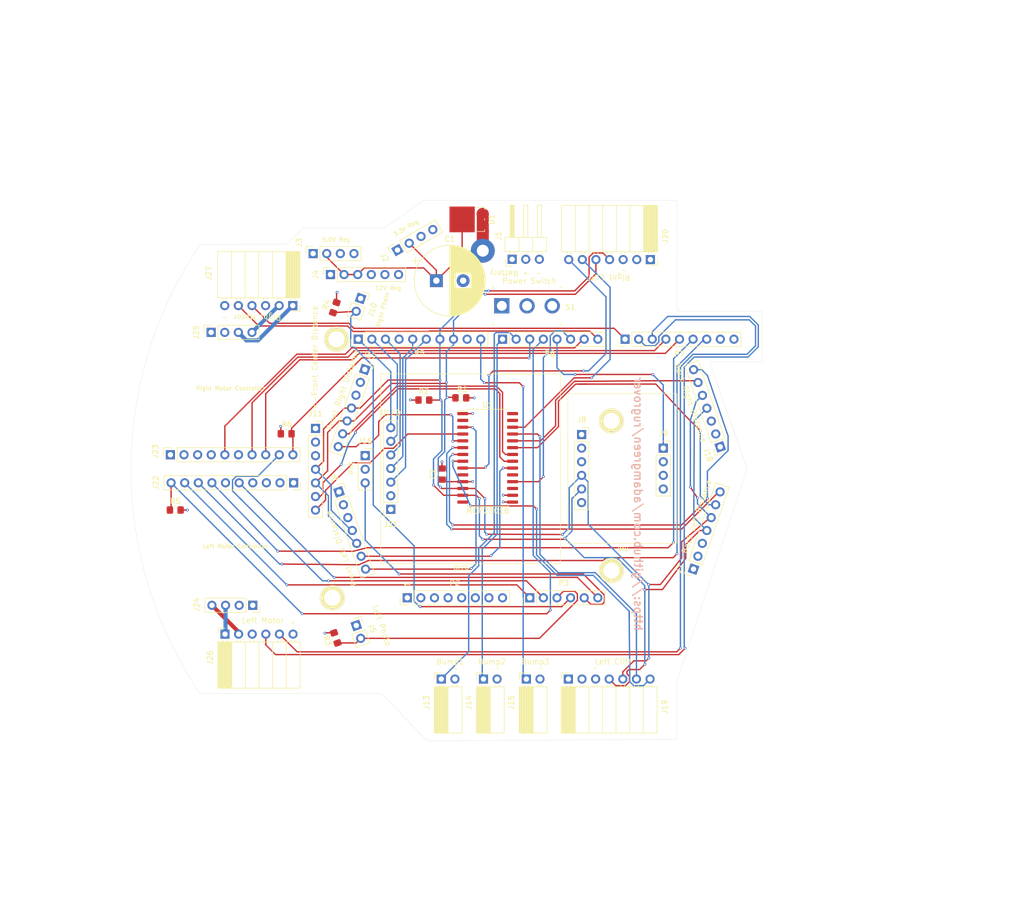
<source format=kicad_pcb>
(kicad_pcb (version 20211014) (generator pcbnew)
  (title_block (title "RugRover Shield") (date "2022-04-05") (rev "1.0") (comment 1 "CC BY-SA 4.0"))
  (layers (0 "F.Cu" signal "Front") (1 "In1.Cu" signal) (2 "In2.Cu" signal) (31 "B.Cu" signal "Back") (34 "B.Paste" user) (35 "F.Paste" user) (36 "B.SilkS" user "B.Silkscreen") (37 "F.SilkS" user "F.Silkscreen") (38 "B.Mask" user) (39 "F.Mask" user) (44 "Edge.Cuts" user))
  (net 0 "")
  (net 1 "GND")
  (net 6 "/RESET")
  (net 8 "+5V")
  (net 9 "+BATT")
  (net 12 "Net-(C1-Pad1)")
  (net 13 "+3V3")
  (net 17 "+12V")
  (net 18 "LPHOTO")
  (net 20 "I2C_SDA")
  (net 21 "I2C_SCL")
  (net 22 "/Sensors/FL_XSHUT")
  (net 23 "/Sensors/FL_GPIO1")
  (net 25 "/Sensors/BL_XSHUT")
  (net 26 "/Sensors/BL_GPIO1")
  (net 29 "IMU_INT")
  (net 33 "RPHOTO")
  (net 35 "/Sensors/FC_XSHUT")
  (net 36 "/Sensors/FC_GPIO1")
  (net 39 "VCC")
  (net 40 "BUMPERSW1")
  (net 41 "BUMPERSW2")
  (net 42 "BUMPERSW3")
  (net 43 "PIR_ALARM")
  (net 45 "/Sensors/FR_XSHUT")
  (net 46 "/Sensors/FR_GPIO1")
  (net 48 "/Sensors/BR_XSHUT")
  (net 49 "/Sensors/BR_GPIO1")
  (net 51 "/Sensors/LCLIFF_XSHUT")
  (net 52 "/Sensors/LCLIFF_GPIO1")
  (net 54 "/Sensors/RCLIFF_XSHUT")
  (net 55 "/Sensors/RCLIFF_GPIO1")
  (net 56 "OLED_CLK")
  (net 57 "OLED_MOSI")
  (net 58 "OLED_RESET")
  (net 59 "OLED_DC")
  (net 60 "OLED_CS")
  (net 62 "LMOTOR_OCC")
  (net 63 "LMOTOR_EN")
  (net 64 "LMOTOR_PWM2")
  (net 65 "LMOTOR_PWM1")
  (net 66 "LMOTOR_OCM")
  (net 67 "LMOTOR_DIAG")
  (net 69 "RMOTOR_OCC")
  (net 70 "RMOTOR_EN")
  (net 71 "RMOTOR_PWM2")
  (net 72 "RMOTOR_PWM1")
  (net 73 "RMOTOR_OCM")
  (net 74 "RMOTOR_DIAG")
  (net 75 "Net-(J24-Pad3)")
  (net 76 "Net-(J24-Pad4)")
  (net 77 "Net-(J25-Pad3)")
  (net 78 "Net-(J25-Pad4)")
  (net 79 "LMOTOR_ENC_A")
  (net 80 "LMOTOR_ENC_B")
  (net 81 "RMOTOR_ENC_A")
  (net 82 "RMOTOR_ENC_B")
  (net 85 "SENSOR_INT")
  (footprint "Connector_PinHeader_2.54mm:PinHeader_1x08_P2.54mm_Vertical" (layer "F.Cu") (at 91.694 125.095 90)
    (fp_text reference "P2")
    (fp_text value "Power")
  )
  (footprint "Connector_PinHeader_2.54mm:PinHeader_1x06_P2.54mm_Vertical" (layer "F.Cu") (at 114.554 125.095 90)
    (fp_text reference "P3")
    (fp_text value "Analog")
  )
  (footprint "Connector_PinHeader_2.54mm:PinHeader_1x10_P2.54mm_Vertical" (layer "F.Cu") (at 82.55 76.835 90)
    (fp_text reference "P5")
    (fp_text value "GPIO")
  )
  (footprint "Connector_PinHeader_2.54mm:PinHeader_1x08_P2.54mm_Vertical" (layer "F.Cu") (at 109.474 76.835 90)
    (fp_text reference "P6")
    (fp_text value "GPIO")
  )
  (footprint "Connector_PinHeader_2.54mm:PinHeader_1x09_P2.54mm_Vertical" (layer "F.Cu") (at 132.334 76.835 90)
    (fp_text reference "P7")
    (fp_text value "GPIO")
  )
  (footprint "Socket_Arduino_Mega:Arduino_1pin" (layer "F.Cu") (at 77.724 125.095)
    (fp_text reference "P8" hide)
    (fp_text value "CONN_01X01" hide)
  )
  (footprint "Socket_Arduino_Mega:Arduino_1pin" (layer "F.Cu") (at 129.794 120.015)
    (fp_text reference "P9" hide)
    (fp_text value "CONN_01X01" hide)
  )
  (footprint "Socket_Arduino_Mega:Arduino_1pin" (layer "F.Cu") (at 78.486 76.835)
    (fp_text reference "P11" hide)
    (fp_text value "CONN_01X01" hide)
  )
  (footprint "Socket_Arduino_Mega:Arduino_1pin" (layer "F.Cu") (at 129.794 92.075)
    (fp_text reference "P12" hide)
    (fp_text value "CONN_01X01" hide)
  )
  (footprint "Connector_PinSocket_2.54mm:PinSocket_1x06_P2.54mm_Vertical" (layer "F.Cu") (at 77.367994 64.770406 90)
    (fp_text reference "J4")
    (fp_text value "12V Boost Regulator" hide)
  )
  (footprint "Connector_PinSocket_2.54mm:PinSocket_1x04_P2.54mm_Vertical" (layer "F.Cu") (at 62.865 126.492 -90)
    (fp_text reference "J24")
    (fp_text value "LMotor-2" hide)
  )
  (footprint "digikey-footprints:Toggle_Switch_100SP1T1B4M2QE" (layer "F.Cu") (at 109.347 70.612)
    (fp_text reference "S1")
    (fp_text value "Power Switch")
  )
  (footprint "Resistor_SMD:R_0805_2012Metric_Pad1.20x1.40mm_HandSolder" (layer "F.Cu") (at 69.104002 94.488 180)
    (fp_text reference "R6")
    (fp_text value "10k")
  )
  (footprint "Capacitor_THT:CP_Radial_D13.0mm_P5.00mm" (layer "F.Cu") (at 97.12579 65.913)
    (fp_text reference "C1")
    (fp_text value "2200uF 25V")
  )
  (footprint "Resistor_SMD:R_0805_2012Metric_Pad1.20x1.40mm_HandSolder" (layer "F.Cu") (at 101.692202 87.7824 180)
    (fp_text reference "R1")
    (fp_text value "1k")
  )
  (footprint "Connector_PinSocket_2.54mm:PinSocket_1x07_P2.54mm_Vertical" (layer "F.Cu") (at 150.0886 96.9264 -161)
    (fp_text reference "J18")
    (fp_text value "Back Right Distance")
  )
  (footprint "Resistor_SMD:R_0805_2012Metric_Pad1.20x1.40mm_HandSolder" (layer "F.Cu") (at 78.176577 70.936485 71)
    (fp_text reference "R4")
    (fp_text value "10k")
  )
  (footprint "Connector_PinSocket_2.54mm:PinSocket_1x10_P2.54mm_Vertical" (layer "F.Cu") (at 70.485 103.632 -90)
    (fp_text reference "J22")
    (fp_text value "LMotor-1" hide)
  )
  (footprint "Connector_PinSocket_2.54mm:PinSocket_1x04_P2.54mm_Vertical" (layer "F.Cu") (at 74.127208 60.858806 90)
    (fp_text reference "J3")
    (fp_text value "5.0V 500mA Regulator" hide)
  )
  (footprint "Connector_PinSocket_2.54mm:PinSocket_1x03_P2.54mm_Vertical" (layer "F.Cu") (at 83.844994 98.567011)
    (fp_text reference "J16")
    (fp_text value "PIR")
  )
  (footprint "Connector_PinSocket_2.54mm:PinSocket_1x07_P2.54mm_Vertical" (layer "F.Cu") (at 78.956332 105.327933 19)
    (fp_text reference "J6")
    (fp_text value "Front Left Distance")
  )
  (footprint "Connector_PinSocket_2.54mm:PinSocket_1x07_P2.54mm_Horizontal" (layer "F.Cu") (at 121.763003 140.253009 90)
    (fp_text reference "J19")
    (fp_text value "Left Cliff")
  )
  (footprint "Package_SO:SOIC-28W_7.5x17.9mm_P1.27mm" (layer "F.Cu") (at 106.701488 98.976002)
    (fp_text reference "U1")
    (fp_text value "MCP23018")
  )
  (footprint "Resistor_SMD:R_0805_2012Metric_Pad1.20x1.40mm_HandSolder" (layer "F.Cu") (at 78.359 132.571998 109)
    (fp_text reference "R3")
    (fp_text value "10k")
  )
  (footprint "Package_TO_SOT_SMD:TO-277A" (layer "F.Cu") (at 102.972997 54.483 -90)
    (fp_text reference "D1")
    (fp_text value "SS10P6-M3/86A" hide)
  )
  (footprint "Connector_PinSocket_2.54mm:PinSocket_1x07_P2.54mm_Vertical" (layer "F.Cu") (at 145.1102 119.7356 161)
    (fp_text reference "J7")
    (fp_text value "Back Left Distance")
  )
  (footprint "Connector_PinSocket_2.54mm:PinSocket_1x06_P2.54mm_Horizontal" (layer "F.Cu") (at 57.682994 131.871009 90)
    (fp_text reference "J26")
    (fp_text value "Left Motor")
  )
  (footprint "Connector_PinSocket_2.54mm:PinSocket_1x02_P2.54mm_Vertical" (layer "F.Cu") (at 82.995948 69.226379 -19)
    (fp_text reference "J10")
    (fp_text value "Right Photo Cell" hide)
  )
  (footprint "Connector_PinSocket_2.54mm:PinSocket_1x02_P2.54mm_Horizontal" (layer "F.Cu") (at 105.918 140.253009 90)
    (fp_text reference "J14")
    (fp_text value "Bump2")
  )
  (footprint "Resistor_SMD:R_0805_2012Metric_Pad1.20x1.40mm_HandSolder" (layer "F.Cu") (at 94.7928 88.1888)
    (fp_text reference "R2")
    (fp_text value "1k")
  )
  (footprint "Connector_PinSocket_2.54mm:PinSocket_1x07_P2.54mm_Vertical" (layer "F.Cu") (at 88.621006 108.585 180)
    (fp_text reference "J21")
    (fp_text value "OLED")
  )
  (footprint "Resistor_SMD:R_0805_2012Metric_Pad1.20x1.40mm_HandSolder" (layer "F.Cu") (at 48.403002 108.712)
    (fp_text reference "R5")
    (fp_text value "10k")
  )
  (footprint "Connector_PinSocket_2.54mm:PinSocket_1x10_P2.54mm_Vertical" (layer "F.Cu") (at 47.498 98.400006 90)
    (fp_text reference "J23")
    (fp_text value "RMotor-1" hide)
  )
  (footprint "Connector_PinSocket_2.54mm:PinSocket_1x06_P2.54mm_Horizontal" (layer "F.Cu") (at 70.333006 70.566991 -90)
    (fp_text reference "J27")
    (fp_text value "Right Motor")
  )
  (footprint "Connector_PinSocket_2.54mm:PinSocket_1x02_P2.54mm_Horizontal" (layer "F.Cu") (at 113.919 140.253009 90)
    (fp_text reference "J15")
    (fp_text value "Bump3")
  )
  (footprint "Connector_PinSocket_2.54mm:PinSocket_1x07_P2.54mm_Horizontal" (layer "F.Cu") (at 137.062997 61.976 -90)
    (fp_text reference "J20")
    (fp_text value "Right Cliff")
  )
  (footprint "Connector_PinHeader_2.54mm:PinHeader_1x03_P2.54mm_Horizontal" (layer "F.Cu") (at 111.267011 61.925987 90)
    (fp_text reference "J1")
    (fp_text value "Battery")
  )
  (footprint "Connector_PinSocket_2.54mm:PinSocket_1x04_P2.54mm_Vertical" (layer "F.Cu") (at 89.863803 60.196755 120)
    (fp_text reference "J2")
    (fp_text value "3.3V 500mA Regulator" hide)
  )
  (footprint "Capacitor_SMD:C_0805_2012Metric_Pad1.18x1.45mm_HandSolder" (layer "F.Cu") (at 98.171 102.002488 90)
    (fp_text reference "C2")
    (fp_text value "0.1uF")
  )
  (footprint "Connector_PinSocket_2.54mm:PinSocket_1x04_P2.54mm_Vertical" (layer "F.Cu") (at 55.09801 75.565 90)
    (fp_text reference "J25")
    (fp_text value "RMotor-2" hide)
  )
  (footprint "Connector_PinSocket_2.54mm:PinSocket_1x02_P2.54mm_Horizontal" (layer "F.Cu") (at 98.044 140.253009 90)
    (fp_text reference "J13")
    (fp_text value "Bump1")
  )
  (footprint "Connector_PinSocket_2.54mm:PinSocket_1x06_P2.54mm_Vertical" (layer "F.Cu") (at 124.230994 94.625008)
    (fp_text reference "J8")
    (fp_text value "IMU-1")
  )
  (footprint "Connector_PinSocket_2.54mm:PinSocket_1x02_P2.54mm_Vertical" (layer "F.Cu") (at 82.18203 130.254959 19)
    (fp_text reference "J5")
    (fp_text value "Left Photo")
  )
  (footprint "Connector_PinSocket_2.54mm:PinSocket_1x04_P2.54mm_Vertical" (layer "F.Cu") (at 139.470994 97.165008)
    (fp_text reference "J9")
    (fp_text value "IMU-2")
  )
  (footprint "Connector_PinSocket_2.54mm:PinSocket_1x07_P2.54mm_Vertical" (layer "F.Cu") (at 74.573994 93.49199)
    (fp_text reference "J11")
    (fp_text value "Front Center Distance" hide)
  )
  (footprint "Connector_PinSocket_2.54mm:PinSocket_1x07_P2.54mm_Vertical" (layer "F.Cu") (at 83.777963 82.484189 -19)
    (fp_text reference "J17")
    (fp_text value "Front Right Distance")
  )
  (gr_rect (start 86.741 83.312) (end 120.269 118.745) (layer "F.SilkS") (width 0.1) (fill none))
  (gr_rect locked (start 121.666 114.935) (end 141.986 86.995) (layer "F.SilkS") (width 0.1) (fill none))
  (gr_line (start 157.882972 71.8319) (end 157.886399 80.8482) (layer "Edge.Cuts") (width 0.0381))
  (gr_line (start 142.0114 140.5128) (end 142.036799 151.3332) (layer "Edge.Cuts") (width 0.0381))
  (gr_line (start 53.082457 59.163433) (end 69.1896 59.1312) (layer "Edge.Cuts") (width 0.0381))
  (gr_line (start 142.2654 71.628) (end 157.6324 71.628) (layer "Edge.Cuts") (width 0.0381))
  (gr_arc (start 142.2654 71.628) (mid 142.124974 71.573775) (end 142.040725 71.449029) (layer "Edge.Cuts") (width 0.0381))
  (gr_line (start 95.4024 151.7904) (end 86.868 142.9512) (layer "Edge.Cuts") (width 0.0381))
  (gr_arc (start 157.886399 80.8482) (mid 157.832465 80.989058) (end 157.707701 81.073816) (layer "Edge.Cuts") (width 0.0381))
  (gr_line (start 86.868 142.9512) (end 53.035201 142.951199) (layer "Edge.Cuts") (width 0.0381))
  (gr_arc (start 157.6324 71.628) (mid 157.794115 71.685183) (end 157.882972 71.8319) (layer "Edge.Cuts") (width 0.0381))
  (gr_arc (start 155.0924 100.965) (mid 155.098235 101.013398) (end 155.093945 101.061958) (layer "Edge.Cuts") (width 0.0381))
  (gr_arc (start 53.035201 142.951199) (mid 40.144636 101.050032) (end 53.082457 59.163433) (layer "Edge.Cuts") (width 0.0381))
  (gr_line (start 157.707701 81.073816) (end 148.082 81.0768) (layer "Edge.Cuts") (width 0.0381))
  (gr_line (start 69.1896 59.1312) (end 72.2376 56.0832) (layer "Edge.Cuts") (width 0.0381))
  (gr_arc (start 141.8336 50.927001) (mid 141.97365 51.005859) (end 142.036914 51.15361) (layer "Edge.Cuts") (width 0.0381))
  (gr_line (start 94.7928 50.9016) (end 141.8336 50.927001) (layer "Edge.Cuts") (width 0.0381))
  (gr_arc (start 142.036799 151.3332) (mid 141.977233 151.426013) (end 141.884355 151.485478) (layer "Edge.Cuts") (width 0.0381))
  (gr_line (start 142.036914 51.15361) (end 142.040725 71.449029) (layer "Edge.Cuts") (width 0.0381))
  (gr_line (start 72.2376 56.0832) (end 87.4776 56.0832) (layer "Edge.Cuts") (width 0.0381))
  (gr_line (start 148.082 81.0768) (end 155.0924 100.965) (layer "Edge.Cuts") (width 0.0381))
  (gr_line (start 141.884355 151.485478) (end 95.4024 151.7904) (layer "Edge.Cuts") (width 0.0381))
  (gr_line (start 155.093945 101.061958) (end 142.0114 140.5128) (layer "Edge.Cuts") (width 0.0381))
  (gr_line (start 87.4776 56.0832) (end 94.7928 50.9016) (layer "Edge.Cuts") (width 0.0381))
  (gr_text "https://github.com/adamgreen/rugrover" (at 134.7978 107.5944 270) (layer "B.SilkS") (effects (font (size 1.524 1.524) (thickness 0.254)) (justify mirror)))
  (gr_text "5.0V Reg" (at 78.4606 58.2422) (layer "F.SilkS") (effects (font (size 0.762 0.762) (thickness 0.127))))
  (gr_text "3.3V Reg" (at 91.4654 56.0578 30) (layer "F.SilkS") (effects (font (size 0.762 0.762) (thickness 0.127))))
  (gr_text "+" (at 113.7412 64.516) (layer "F.SilkS") (effects (font (size 0.762 0.762) (thickness 0.127))))
  (gr_text "OLED" (at 101.7524 119.5578) (layer "F.SilkS") (effects (font (size 0.762 0.762) (thickness 0.127))))
  (gr_text "-" (at 132.1054 63.9572) (layer "F.SilkS") (effects (font (size 0.762 0.762) (thickness 0.127))))
  (gr_text "Right Motor Controller" (at 58.7248 85.979) (layer "F.SilkS") (effects (font (size 0.762 0.762) (thickness 0.127))))
  (gr_text "12V Reg" (at 88.138 67.2846) (layer "F.SilkS") (effects (font (size 0.762 0.762) (thickness 0.127))))
  (gr_text "-" (at 57.5818 72.7456) (layer "F.SilkS") (effects (font (size 0.762 0.762) (thickness 0.127))))
  (gr_text "-" (at 108.4834 138.2014) (layer "F.SilkS") (effects (font (size 0.762 0.762) (thickness 0.127))))
  (gr_text "-" (at 126.8476 138.2014) (layer "F.SilkS") (effects (font (size 0.762 0.762) (thickness 0.127))))
  (gr_text "-" (at 116.2812 64.516) (layer "F.SilkS") (effects (font (size 0.762 0.762) (thickness 0.127))))
  (gr_text "-" (at 100.6094 138.2268) (layer "F.SilkS") (effects (font (size 0.762 0.762) (thickness 0.127))))
  (gr_text "IMU" (at 131.953 116.0018) (layer "F.SilkS") (effects (font (size 0.762 0.762) (thickness 0.127))))
  (gr_text "Right Photo" (at 87.0966 71.3486 75) (layer "F.SilkS") (effects (font (size 0.762 0.762) (thickness 0.127))))
  (gr_text "Left Motor Controller" (at 59.5884 115.4684) (layer "F.SilkS") (effects (font (size 0.762 0.762) (thickness 0.127))))
  (gr_text "1" (at 91.694 122.555 90) (layer "F.SilkS") (effects (font (size 1 1))))
  (gr_text "-" (at 116.586 138.2014) (layer "F.SilkS") (effects (font (size 0.762 0.762) (thickness 0.127))))
  (gr_text "<-Front Center Distance" (at 74.4474 80.2386 90) (layer "F.SilkS") (effects (font (size 1.016 1.016) (thickness 0.127))))
  (gr_text "-" (at 70.3326 129.7178) (layer "F.SilkS") (effects (font (size 0.762 0.762) (thickness 0.127))))
  (segment (start 98.171 100.965) (end 98.171 99.695) (width 0.254) (layer "F.Cu") (net 1))
  (segment (start 103.843 90.721) (end 103.886 90.678) (width 0.254) (layer "F.Cu") (net 1))
  (segment (start 111.3515 107.231) (end 109.644 107.231) (width 0.254) (layer "F.Cu") (net 1))
  (segment (start 109.644 107.231) (end 109.601 107.188) (width 0.254) (layer "F.Cu") (net 1))
  (segment (start 78.033432 131.626479) (end 76.399521 131.626479) (width 0.254) (layer "F.Cu") (net 1))
  (segment (start 102.0515 90.721) (end 103.843 90.721) (width 0.254) (layer "F.Cu") (net 1))
  (segment (start 78.502136 69.990962) (end 78.502136 68.182864) (width 0.254) (layer "F.Cu") (net 1))
  (segment (start 78.502136 68.182864) (end 78.613 68.072) (width 0.254) (layer "F.Cu") (net 1))
  (segment (start 76.399521 131.626479) (end 76.327 131.699) (width 0.254) (layer "F.Cu") (net 1))
  (via (at 103.886 90.678) (size 0.508) (drill 0.254) (layers "F.Cu" "B.Cu") (net 1))
  (via (at 78.613 68.072) (size 0.508) (drill 0.254) (layers "F.Cu" "B.Cu") (net 1))
  (via (at 76.327 131.699) (size 0.508) (drill 0.254) (layers "F.Cu" "B.Cu") (net 1))
  (via (at 98.171 99.695) (size 0.508) (drill 0.254) (layers "F.Cu" "B.Cu") (net 1))
  (via (at 109.601 107.188) (size 0.508) (drill 0.254) (layers "F.Cu" "B.Cu") (net 1))
  (segment (start 105.791 60.325) (end 105.791 56.769) (width 2.2352) (layer "F.Cu") (net 9))
  (segment (start 105.791 53.496) (end 105.738 53.443) (width 2.2352) (layer "F.Cu") (net 9))
  (segment (start 105.791 56.769) (end 105.791 53.496) (width 2.2352) (layer "F.Cu") (net 9))
  (via (at 105.791 60.325) (size 4.4704) (drill 2.2352) (layers "F.Cu" "B.Cu") (net 9))
  (segment (start 97.125785 65.913) (end 97.125785 63.989026) (width 0.254) (layer "F.Cu") (net 12))
  (segment (start 83.678512 63.539889) (end 82.448001 64.7704) (width 0.254) (layer "F.Cu") (net 12))
  (segment (start 76.6672 61.529599) (end 76.6672 60.8588) (width 0.254) (layer "F.Cu") (net 12))
  (segment (start 94.752674 63.539889) (end 83.678512 63.539889) (width 0.254) (layer "F.Cu") (net 12))
  (segment (start 97.125785 65.913) (end 94.752674 63.539889) (width 0.254) (layer "F.Cu") (net 12))
  (segment (start 97.125785 63.989026) (end 92.063508 58.926749) (width 0.254) (layer "F.Cu") (net 12))
  (segment (start 101.933 61.105785) (end 97.125785 65.913) (width 0.254) (layer "F.Cu") (net 12))
  (segment (start 79.908001 64.7704) (end 76.6672 61.529599) (width 0.254) (layer "F.Cu") (net 12))
  (segment (start 82.448001 64.7704) (end 79.908001 64.7704) (width 0.254) (layer "F.Cu") (net 12))
  (segment (start 101.933 54.483) (end 101.933 61.105785) (width 0.254) (layer "F.Cu") (net 12))
  (segment (start 103.843 103.421) (end 103.886 103.378) (width 0.254) (layer "F.Cu") (net 13))
  (segment (start 98.552 103.421) (end 98.171 103.04) (width 0.254) (layer "F.Cu") (net 13))
  (segment (start 92.3036 88.1888) (end 92.2782 88.1634) (width 0.254) (layer "F.Cu") (net 13))
  (segment (start 68.104 94.488) (end 68.104 93.123) (width 0.254) (layer "F.Cu") (net 13))
  (segment (start 102.0515 103.421) (end 103.843 103.421) (width 0.254) (layer "F.Cu") (net 13))
  (segment (start 93.7928 88.1888) (end 92.3036 88.1888) (width 0.254) (layer "F.Cu") (net 13))
  (segment (start 102.0515 103.421) (end 98.552 103.421) (width 0.254) (layer "F.Cu") (net 13))
  (segment (start 49.403 108.712) (end 50.673 108.712) (width 0.254) (layer "F.Cu") (net 13))
  (segment (start 111.3515 105.961) (end 109.644 105.961) (width 0.254) (layer "F.Cu") (net 13))
  (segment (start 68.104 93.123) (end 68.072 93.091) (width 0.254) (layer "F.Cu") (net 13))
  (segment (start 102.6922 87.7824) (end 104.1908 87.7824) (width 0.254) (layer "F.Cu") (net 13))
  (segment (start 109.644 105.961) (end 109.601 105.918) (width 0.254) (layer "F.Cu") (net 13))
  (via (at 92.2782 88.1634) (size 0.508) (drill 0.254) (layers "F.Cu" "B.Cu") (net 13))
  (via (at 68.072 93.091) (size 0.508) (drill 0.254) (layers "F.Cu" "B.Cu") (net 13))
  (via (at 103.886 103.378) (size 0.508) (drill 0.254) (layers "F.Cu" "B.Cu") (net 13))
  (via (at 50.673 108.712) (size 0.508) (drill 0.254) (layers "F.Cu" "B.Cu") (net 13))
  (via (at 104.1908 87.7824) (size 0.508) (drill 0.254) (layers "F.Cu" "B.Cu") (net 13))
  (via (at 109.601 105.918) (size 0.508) (drill 0.254) (layers "F.Cu" "B.Cu") (net 13))
  (segment (start 116.352626 132.65658) (end 123.444 125.565206) (width 0.254) (layer "F.Cu") (net 18))
  (segment (start 82.148028 133.517517) (end 83.008965 132.65658) (width 0.254) (layer "F.Cu") (net 18))
  (segment (start 122.950089 123.864489) (end 120.864511 123.864489) (width 0.254) (layer "F.Cu") (net 18))
  (segment (start 78.684568 133.517517) (end 82.148028 133.517517) (width 0.254) (layer "F.Cu") (net 18))
  (segment (start 123.444 124.3584) (end 122.950089 123.864489) (width 0.254) (layer "F.Cu") (net 18))
  (segment (start 120.864511 123.864489) (end 119.634 125.095) (width 0.254) (layer "F.Cu") (net 18))
  (segment (start 83.008965 132.65658) (end 116.352626 132.65658) (width 0.254) (layer "F.Cu") (net 18))
  (segment (start 123.444 125.565206) (end 123.444 124.3584) (width 0.254) (layer "F.Cu") (net 18))
  (segment (start 135.0518 138.4808) (end 133.0706 138.4808) (width 0.254) (layer "F.Cu") (net 20))
  (segment (start 132.432695 141.48352) (end 133.153511 140.762704) (width 0.254) (layer "F.Cu") (net 20))
  (segment (start 87.63 84.963) (end 82.90395 89.68905) (width 0.254) (layer "F.Cu") (net 20))
  (segment (start 143.6624 117.729) (end 139.319 123.5456) (width 0.254) (layer "F.Cu") (net 20))
  (segment (start 139.319 123.5456) (end 136.10587 123.5456) (width 0.254) (layer "F.Cu") (net 20))
  (segment (start 97.79 84.4555) (end 88.1375 84.4555) (width 0.254) (layer "F.Cu") (net 20))
  (segment (start 120.904 114.173) (end 121.09866 113.97834) (width 0.254) (layer "F.Cu") (net 20))
  (segment (start 79.98295 89.68905) (end 81.297127 89.68905) (width 0.254) (layer "F.Cu") (net 20))
  (segment (start 133.153511 140.762704) (end 133.153511 139.743314) (width 0.254) (layer "F.Cu") (net 20))
  (segment (start 126.393305 60.745489) (end 125.625129 61.513665) (width 0.254) (layer "F.Cu") (net 20))
  (segment (start 136.0424 137.4902) (end 135.0518 138.4808) (width 0.254) (layer "F.Cu") (net 20))
  (segment (start 96.590122 104.058937) (end 98.492185 105.961) (width 0.254) (layer "F.Cu") (net 20))
  (segment (start 128.212489 60.745489) (end 126.393305 60.745489) (width 0.254) (layer "F.Cu") (net 20))
  (segment (start 129.443 61.976) (end 128.212489 60.745489) (width 0.254) (layer "F.Cu") (net 20))
  (segment (start 136.10587 123.5456) (end 136.023335 123.628135) (width 0.254) (layer "F.Cu") (net 20))
  (segment (start 146.269852 112.530748) (end 143.6624 115.1382) (width 0.254) (layer "F.Cu") (net 20))
  (segment (start 76.073 93.599) (end 79.98295 89.68905) (width 0.254) (layer "F.Cu") (net 20))
  (segment (start 133.153511 139.743314) (end 132.715 139.304803) (width 0.254) (layer "F.Cu") (net 20))
  (segment (start 95.7928 88.1888) (end 97.9678 88.1888) (width 0.254) (layer "F.Cu") (net 20))
  (segment (start 147.591029 112.530748) (end 146.269852 112.530748) (width 0.254) (layer "F.Cu") (net 20))
  (segment (start 74.574 101.112) (end 76.073 99.613) (width 0.254) (layer "F.Cu") (net 20))
  (segment (start 143.6624 115.1382) (end 143.6624 117.729) (width 0.254) (layer "F.Cu") (net 20))
  (segment (start 130.613511 141.48352) (end 132.432695 141.48352) (width 0.254) (layer "F.Cu") (net 20))
  (segment (start 125.625129 61.513665) (end 125.625129 65.128871) (width 0.254) (layer "F.Cu") (net 20))
  (segment (start 76.073 99.613) (end 76.073 93.599) (width 0.254) (layer "F.Cu") (net 20))
  (segment (start 132.715 139.304803) (end 132.6896 138.8618) (width 0.254) (layer "F.Cu") (net 20))
  (segment (start 132.6896 138.8618) (end 133.0706 138.4808) (width 0.254) (layer "F.Cu") (net 20))
  (segment (start 82.90395 89.68905) (end 81.297127 89.68905) (width 0.254) (layer "F.Cu") (net 20))
  (segment (start 105.791 114.173) (end 120.904 114.173) (width 0.254) (layer "F.Cu") (net 20))
  (segment (start 88.1375 84.4555) (end 87.63 84.963) (width 0.254) (layer "F.Cu") (net 20))
  (segment (start 98.492185 105.961) (end 102.0515 105.961) (width 0.254) (layer "F.Cu") (net 20))
  (segment (start 125.625129 65.128871) (end 122.936 67.818) (width 0.254) (layer "F.Cu") (net 20))
  (segment (start 129.383 140.253009) (end 130.613511 141.48352) (width 0.254) (layer "F.Cu") (net 20))
  (segment (start 122.936 67.818) (end 106.8578 67.818) (width 0.254) (layer "F.Cu") (net 20))
  (segment (start 104.564 105.961) (end 105.156 106.553) (width 0.254) (layer "F.Cu") (net 20))
  (segment (start 102.0515 105.961) (end 104.564 105.961) (width 0.254) (layer "F.Cu") (net 20))
  (via (at 96.590122 104.058937) (size 0.508) (drill 0.254) (layers "F.Cu" "B.Cu") (net 20))
  (via (at 136.023335 123.628135) (size 0.508) (drill 0.254) (layers "F.Cu" "B.Cu") (net 20))
  (via (at 106.8578 67.818) (size 0.508) (drill 0.254) (layers "F.Cu" "B.Cu") (net 20))
  (via (at 121.09866 113.97834) (size 0.508) (drill 0.254) (layers "F.Cu" "B.Cu") (net 20))
  (via (at 97.9678 88.1888) (size 0.508) (drill 0.254) (layers "F.Cu" "B.Cu") (net 20))
  (via (at 97.79 84.4555) (size 0.508) (drill 0.254) (layers "F.Cu" "B.Cu") (net 20))
  (via (at 105.791 114.173) (size 0.508) (drill 0.254) (layers "F.Cu" "B.Cu") (net 20))
  (via (at 105.156 106.553) (size 0.508) (drill 0.254) (layers "F.Cu" "B.Cu") (net 20))
  (via (at 136.0424 137.4902) (size 0.508) (drill 0.254) (layers "F.Cu" "B.Cu") (net 20))
  (segment (start 98.167729 97.608929) (end 98.167729 88.388729) (width 0.254) (layer "B.Cu") (net 20))
  (segment (start 97.9678 88.1888) (end 97.79 88.011) (width 0.254) (layer "B.Cu") (net 20))
  (segment (start 136.023335 137.369535) (end 136.023335 131.832335) (width 0.254) (layer "B.Cu") (net 20))
  (segment (start 121.09866 113.97834) (end 122.428 112.649) (width 0.254) (layer "B.Cu") (net 20))
  (segment (start 136.023335 131.832335) (end 136.023335 123.628135) (width 0.254) (layer "B.Cu") (net 20))
  (segment (start 136.023335 122.832528) (end 130.792807 117.602) (width 0.254) (layer "B.Cu") (net 20))
  (segment (start 122.463 106.553) (end 124.231 104.785) (width 0.254) (layer "B.Cu") (net 20))
  (segment (start 97.79 76.835) (end 97.79 75.1078) (width 0.254) (layer "B.Cu") (net 20))
  (segment (start 105.156 113.538) (end 105.791 114.173) (width 0.254) (layer "B.Cu") (net 20))
  (segment (start 97.79 84.5312) (end 97.79 76.835) (width 0.254) (layer "B.Cu") (net 20))
  (segment (start 74.574 101.112) (end 77.495376 104.033376) (width 0.254) (layer "B.Cu") (net 20))
  (segment (start 145.2372 92.092119) (end 147.607771 89.721548) (width 0.254) (layer "B.Cu") (net 20))
  (segment (start 105.156 106.553) (end 105.156 113.538) (width 0.254) (layer "B.Cu") (net 20))
  (segment (start 124.72232 117.602) (end 121.09866 113.97834) (width 0.254) (layer "B.Cu") (net 20))
  (segment (start 122.428 112.649) (end 122.428 106.553) (width 0.254) (layer "B.Cu") (net 20))
  (segment (start 105.0798 67.818) (end 106.8578 67.818) (width 0.254) (layer "B.Cu") (net 20))
  (segment (start 145.2372 96.012) (end 145.2372 92.092119) (width 0.254) (layer "B.Cu") (net 20))
  (segment (start 98.167729 88.388729) (end 97.9678 88.1888) (width 0.254) (layer "B.Cu") (net 20))
  (segment (start 97.79 88.011) (end 97.79 84.5312) (width 0.254) (layer "B.Cu") (net 20))
  (segment (start 136.0424 137.4902) (end 136.023335 137.369535) (width 0.254) (layer "B.Cu") (net 20))
  (segment (start 145.2372 96.012) (end 145.161 110.118923) (width 0.254) (layer "B.Cu") (net 20))
  (segment (start 81.271618 112.532772) (end 81.437149 112.532772) (width 0.254) (layer "B.Cu") (net 20))
  (segment (start 97.79 84.5312) (end 97.79 84.4555) (width 0.254) (layer "B.Cu") (net 20))
  (segment (start 96.590122 99.186536) (end 98.167729 97.608929) (width 0.254) (layer "B.Cu") (net 20))
  (segment (start 97.79 75.1078) (end 105.0798 67.818) (width 0.254) (layer "B.Cu") (net 20))
  (segment (start 122.428 106.553) (end 122.463 106.553) (width 0.254) (layer "B.Cu") (net 20))
  (segment (start 130.792807 117.602) (end 124.72232 117.602) (width 0.254) (layer "B.Cu") (net 20))
  (segment (start 145.161 110.118923) (end 145.179204 110.118923) (width 0.254) (layer "B.Cu") (net 20))
  (segment (start 77.495376 108.75653) (end 81.271618 112.532772) (width 0.254) (layer "B.Cu") (net 20))
  (segment (start 136.023335 123.628135) (end 136.023335 122.832528) (width 0.254) (layer "B.Cu") (net 20))
  (segment (start 145.179204 110.118923) (end 147.591029 112.530748) (width 0.254) (layer "B.Cu") (net 20))
  (segment (start 77.495376 104.033376) (end 77.495376 108.75653) (width 0.254) (layer "B.Cu") (net 20))
  (segment (start 96.590122 104.058937) (end 96.590122 99.186536) (width 0.254) (layer "B.Cu") (net 20))
  (segment (start 142.9004 114.6302) (end 142.9004 117.6528) (width 0.254) (layer "F.Cu") (net 21))
  (segment (start 98.119505 104.691) (end 97.869752 104.441247) (width 0.254) (layer "F.Cu") (net 21))
  (segment (start 76.835 94.234) (end 78.978333 92.090667) (width 0.254) (layer "F.Cu") (net 21))
  (segment (start 106.5276 113.2332) (end 120.65 113.284) (width 0.254) (layer "F.Cu") (net 21))
  (segment (start 81.772333 92.090667) (end 88.773 85.09) (width 0.254) (layer "F.Cu") (net 21))
  (segment (start 88.773 85.09) (end 98.806 85.09) (width 0.254) (layer "F.Cu") (net 21))
  (segment (start 100.5906 87.6808) (end 100.6922 87.7824) (width 0.254) (layer "F.Cu") (net 21))
  (segment (start 126.903 64.613) (end 126.903 61.976) (width 0.254) (layer "F.Cu") (net 21))
  (segment (start 80.470184 92.090667) (end 81.772333 92.090667) (width 0.254) (layer "F.Cu") (net 21))
  (segment (start 133.977969 136.855689) (end 136.270511 136.855689) (width 0.254) (layer "F.Cu") (net 21))
  (segment (start 76.835 101.391) (end 76.835 94.234) (width 0.254) (layer "F.Cu") (net 21))
  (segment (start 138.9253 122.6185) (end 136.7155 122.6185) (width 0.254) (layer "F.Cu") (net 21))
  (segment (start 102.0515 104.691) (end 104.31 104.691) (width 0.254) (layer "F.Cu") (net 21))
  (segment (start 148.417972 110.129131) (end 148.239669 110.129131) (width 0.254) (layer "F.Cu") (net 21))
  (segment (start 99.187 87.6808) (end 100.5906 87.6808) (width 0.254) (layer "F.Cu") (net 21))
  (segment (start 98.806 85.09) (end 98.9965 84.8995) (width 0.254) (layer "F.Cu") (net 21))
  (segment (start 148.239669 110.129131) (end 142.9004 114.6302) (width 0.254) (layer "F.Cu") (net 21))
  (segment (start 136.270511 136.855689) (end 136.779 136.3472) (width 0.254) (layer "F.Cu") (net 21))
  (segment (start 100.6922 87.7824) (end 100.68452 87.7824) (width 0.254) (layer "F.Cu") (net 21))
  (segment (start 106.243519 68.4525) (end 123.0635 68.4525) (width 0.254) (layer "F.Cu") (net 21))
  (segment (start 74.574 103.652) (end 76.835 101.391) (width 0.254) (layer "F.Cu") (net 21))
  (segment (start 144.526 104.4194) (end 145.851881 106.482359) (width 0.254) (layer "F.Cu") (net 21))
  (segment (start 131.923 138.910658) (end 133.977969 136.855689) (width 0.254) (layer "F.Cu") (net 21))
  (segment (start 78.978333 92.090667) (end 80.470184 92.090667) (width 0.254) (layer "F.Cu") (net 21))
  (segment (start 131.923 140.253009) (end 131.923 138.910658) (width 0.254) (layer "F.Cu") (net 21))
  (segment (start 142.9004 117.6528) (end 138.9253 122.6185) (width 0.254) (layer "F.Cu") (net 21))
  (segment (start 102.0515 104.691) (end 98.119505 104.691) (width 0.254) (layer "F.Cu") (net 21))
  (segment (start 104.31 104.691) (end 106.172 106.553) (width 0.254) (layer "F.Cu") (net 21))
  (segment (start 123.0635 68.4525) (end 126.903 64.613) (width 0.254) (layer "F.Cu") (net 21))
  (via (at 144.526 104.4194) (size 0.508) (drill 0.254) (layers "F.Cu" "B.Cu") (net 21))
  (via (at 120.65 113.284) (size 0.508) (drill 0.254) (layers "F.Cu" "B.Cu") (net 21))
  (via (at 136.779 136.3472) (size 0.508) (drill 0.254) (layers "F.Cu" "B.Cu") (net 21))
  (via (at 97.869752 104.441247) (size 0.508) (drill 0.254) (layers "F.Cu" "B.Cu") (net 21))
  (via (at 136.7155 122.6185) (size 0.508) (drill 0.254) (layers "F.Cu" "B.Cu") (net 21))
  (via (at 106.172 106.553) (size 0.508) (drill 0.254) (layers "F.Cu" "B.Cu") (net 21))
  (via (at 98.9965 84.8995) (size 0.508) (drill 0.254) (layers "F.Cu" "B.Cu") (net 21))
  (via (at 99.187 87.6808) (size 0.508) (drill 0.254) (layers "F.Cu" "B.Cu") (net 21))
  (via (at 106.5276 113.2332) (size 0.508) (drill 0.254) (layers "F.Cu" "B.Cu") (net 21))
  (via (at 106.243519 68.4525) (size 0.508) (drill 0.254) (layers "F.Cu" "B.Cu") (net 21))
  (via (at 145.851881 106.482359) (size 0.508) (drill 0.254) (layers "F.Cu" "B.Cu") (net 21))
  (segment (start 145.851881 107.56304) (end 145.851881 106.482359) (width 0.254) (layer "B.Cu") (net 21))
  (segment (start 76.987856 106.065856) (end 76.987856 109.823685) (width 0.254) (layer "B.Cu") (net 21))
  (segment (start 106.5276 113.2332) (end 106.172 112.8776) (width 0.254) (layer "B.Cu") (net 21))
  (segment (start 106.172 112.8776) (end 106.172 106.553) (width 0.254) (layer "B.Cu") (net 21))
  (segment (start 98.9965 87.4903) (end 99.187 87.6808) (width 0.254) (layer "B.Cu") (net 21))
  (segment (start 106.116539 68.32552) (end 106.243519 68.4525) (width 0.254) (layer "B.Cu") (net 21))
  (segment (start 100.33 76.835) (end 100.33 73.38012) (width 0.254) (layer "B.Cu") (net 21))
  (segment (start 148.417972 110.129131) (end 145.851881 107.56304) (width 0.254) (layer "B.Cu") (net 21))
  (segment (start 124.231 102.245) (end 125.461511 103.475511) (width 0.254) (layer "B.Cu") (net 21))
  (segment (start 105.3846 68.32552) (end 106.116539 68.32552) (width 0.254) (layer "B.Cu") (net 21))
  (segment (start 100.33 73.38012) (end 105.3846 68.32552) (width 0.254) (layer "B.Cu") (net 21))
  (segment (start 136.779 122.682) (end 136.7155 122.6185) (width 0.254) (layer "B.Cu") (net 21))
  (segment (start 144.526 91.948) (end 145.5928 88.519) (width 0.254) (layer "B.Cu") (net 21))
  (segment (start 74.574 103.652) (end 76.987856 106.065856) (width 0.254) (layer "B.Cu") (net 21))
  (segment (start 98.9965 84.8995) (end 98.9965 87.4903) (width 0.254) (layer "B.Cu") (net 21))
  (segment (start 97.47666 104.048155) (end 97.869752 104.441247) (width 0.254) (layer "B.Cu") (net 21))
  (segment (start 121.92 104.556) (end 124.231 102.245) (width 0.254) (layer "B.Cu") (net 21))
  (segment (start 144.526 104.4194) (end 144.526 91.948) (width 0.254) (layer "B.Cu") (net 21))
  (segment (start 99.187 87.6808) (end 98.679 88.1888) (width 0.254) (layer "B.Cu") (net 21))
  (segment (start 145.5674 88.533359) (end 146.780828 87.319931) (width 0.254) (layer "B.Cu") (net 21))
  (segment (start 100.33 77.8764) (end 98.9965 79.2099) (width 0.254) (layer "B.Cu") (net 21))
  (segment (start 98.679 97.8154) (end 97.47666 99.01774) (width 0.254) (layer "B.Cu") (net 21))
  (segment (start 121.92 112.014) (end 121.92 104.556) (width 0.254) (layer "B.Cu") (net 21))
  (segment (start 76.987856 109.823685) (end 82.09856 114.934389) (width 0.254) (layer "B.Cu") (net 21))
  (segment (start 125.461511 111.364511) (end 136.7155 122.6185) (width 0.254) (layer "B.Cu") (net 21))
  (segment (start 125.461511 103.475511) (end 125.461511 111.364511) (width 0.254) (layer "B.Cu") (net 21))
  (segment (start 136.779 136.3472) (end 136.779 122.682) (width 0.254) (layer "B.Cu") (net 21))
  (segment (start 120.65 113.284) (end 121.92 112.014) (width 0.254) (layer "B.Cu") (net 21))
  (segment (start 97.47666 99.01774) (end 97.47666 104.048155) (width 0.254) (layer "B.Cu") (net 21))
  (segment (start 100.33 76.835) (end 100.33 77.8764) (width 0.254) (layer "B.Cu") (net 21))
  (segment (start 98.9965 79.2099) (end 98.9965 84.8995) (width 0.254) (layer "B.Cu") (net 21))
  (segment (start 98.679 88.1888) (end 98.679 97.8154) (width 0.254) (layer "B.Cu") (net 21))
  (segment (start 82.09856 114.934389) (end 82.264092 114.934389) (width 0.254) (layer "B.Cu") (net 21))
  (segment (start 107.315 117.221) (end 107.199994 117.336006) (width 0.254) (layer "F.Cu") (net 22))
  (segment (start 107.199994 117.336006) (end 83.091036 117.336006) (width 0.254) (layer "F.Cu") (net 22))
  (segment (start 109.644 100.881) (end 109.601 100.838) (width 0.254) (layer "F.Cu") (net 22))
  (segment (start 111.3515 100.881) (end 109.644 100.881) (width 0.254) (layer "F.Cu") (net 22))
  (via (at 107.315 117.221) (size 0.508) (drill 0.254) (layers "F.Cu" "B.Cu") (net 22))
  (via (at 109.601 100.838) (size 0.508) (drill 0.254) (layers "F.Cu" "B.Cu") (net 22))
  (segment (start 108.966489 101.472511) (end 108.966489 115.569511) (width 0.254) (layer "B.Cu") (net 22))
  (segment (start 109.601 100.838) (end 108.966489 101.472511) (width 0.254) (layer "B.Cu") (net 22))
  (segment (start 108.966489 115.569511) (end 107.315 117.221) (width 0.254) (layer "B.Cu") (net 22))
  (segment (start 102.0515 93.261) (end 103.802 93.261) (width 0.254) (layer "F.Cu") (net 23))
  (segment (start 103.632 119.634) (end 103.528377 119.737623) (width 0.254) (layer "F.Cu") (net 23))
  (segment (start 103.802 93.261) (end 103.886 93.345) (width 0.254) (layer "F.Cu") (net 23))
  (segment (start 103.528377 119.737623) (end 83.917979 119.737623) (width 0.254) (layer "F.Cu") (net 23))
  (via (at 103.632 119.634) (size 0.508) (drill 0.254) (layers "F.Cu" "B.Cu") (net 23))
  (via (at 103.886 93.345) (size 0.508) (drill 0.254) (layers "F.Cu" "B.Cu") (net 23))
  (segment (start 103.886 93.345) (end 104.520511 93.979511) (width 0.254) (layer "B.Cu") (net 23))
  (segment (start 104.520511 118.745489) (end 103.632 119.634) (width 0.254) (layer "B.Cu") (net 23))
  (segment (start 104.520511 93.979511) (end 104.520511 118.745489) (width 0.254) (layer "B.Cu") (net 23))
  (segment (start 124.206953 85.206216) (end 125.224756 85.206216) (width 0.254) (layer "F.Cu") (net 25))
  (segment (start 125.22877 85.21023) (end 138.072437 85.21023) (width 0.254) (layer "F.Cu") (net 25))
  (segment (start 119.907242 88.411242) (end 123.103214 85.21527) (width 0.254) (layer "F.Cu") (net 25))
  (segment (start 123.717538 85.21023) (end 125.22877 85.21023) (width 0.254) (layer "F.Cu") (net 25))
  (segment (start 125.224756 85.206216) (end 125.22877 85.21023) (width 0.254) (layer "F.Cu") (net 25))
  (segment (start 111.3515 97.071) (end 115.999576 97.071) (width 0.254) (layer "F.Cu") (net 25))
  (segment (start 123.103214 85.21527) (end 124.206953 85.206216) (width 0.254) (layer "F.Cu") (net 25))
  (segment (start 138.072437 85.21023) (end 143.882969 91.422631) (width 0.254) (layer "F.Cu") (net 25))
  (segment (start 146.37726 93.916922) (end 143.882969 91.422631) (width 0.254) (layer "F.Cu") (net 25))
  (segment (start 115.999576 97.071) (end 119.907242 93.163334) (width 0.254) (layer "F.Cu") (net 25))
  (segment (start 119.907242 93.163334) (end 119.907242 88.411242) (width 0.254) (layer "F.Cu") (net 25))
  (via (at 146.37726 93.916922) (size 0.508) (drill 0.254) (layers "F.Cu" "B.Cu") (net 25))
  (segment (start 147.978179 107.727514) (end 146.37726 106.126595) (width 0.254) (layer "B.Cu") (net 25))
  (segment (start 149.244916 107.727514) (end 147.978179 107.727514) (width 0.254) (layer "B.Cu") (net 25))
  (segment (start 146.37726 106.126595) (end 146.37726 93.916922) (width 0.254) (layer "B.Cu") (net 25))
  (segment (start 99.949 112.268) (end 142.883335 112.268) (width 0.254) (layer "F.Cu") (net 26))
  (segment (start 100.246 97.071) (end 100.203 97.028) (width 0.254) (layer "F.Cu") (net 26))
  (segment (start 142.883335 112.268) (end 149.825438 105.325897) (width 0.254) (layer "F.Cu") (net 26))
  (segment (start 102.0515 97.071) (end 100.246 97.071) (width 0.254) (layer "F.Cu") (net 26))
  (segment (start 149.825438 105.325897) (end 150.071859 105.325897) (width 0.254) (layer "F.Cu") (net 26))
  (via (at 100.203 97.028) (size 0.508) (drill 0.254) (layers "F.Cu" "B.Cu") (net 26))
  (via (at 99.949 112.268) (size 0.508) (drill 0.254) (layers "F.Cu" "B.Cu") (net 26))
  (segment (start 99.060969 98.170031) (end 99.060969 108.721304) (width 0.254) (layer "B.Cu") (net 26))
  (segment (start 99.060969 111.379969) (end 99.949 112.268) (width 0.254) (layer "B.Cu") (net 26))
  (segment (start 100.203 97.028) (end 99.060969 98.170031) (width 0.254) (layer "B.Cu") (net 26))
  (segment (start 99.060969 108.721304) (end 99.060969 111.379969) (width 0.254) (layer "B.Cu") (net 26))
  (segment (start 123.008722 83.414055) (end 137.490655 83.414055) (width 0.254) (layer "F.Cu") (net 29))
  (segment (start 137.490655 83.414055) (end 137.5156 83.439) (width 0.254) (layer "F.Cu") (net 29))
  (via (at 137.5156 83.439) (size 0.508) (drill 0.254) (layers "F.Cu" "B.Cu") (net 29))
  (via (at 123.008722 83.414055) (size 0.508) (drill 0.254) (layers "F.Cu" "B.Cu") (net 29))
  (segment (start 119.634 82.169) (end 120.879055 83.414055) (width 0.254) (layer "B.Cu") (net 29))
  (segment (start 120.879055 83.414055) (end 123.008722 83.414055) (width 0.254) (layer "B.Cu") (net 29))
  (segment (start 139.471 97.165) (end 139.471 87.0462) (width 0.254) (layer "B.Cu") (net 29))
  (segment (start 139.471 85.3944) (end 139.471 87.0462) (width 0.254) (layer "B.Cu") (net 29))
  (segment (start 119.634 82.169) (end 119.634 76.835) (width 0.254) (layer "B.Cu") (net 29))
  (segment (start 137.5156 83.439) (end 139.471 85.3944) (width 0.254) (layer "B.Cu") (net 29))
  (segment (start 120.523 126.746) (end 94.107 126.746) (width 0.254) (layer "F.Cu") (net 33))
  (segment (start 77.851 71.882) (end 82.169 71.628) (width 0.254) (layer "F.Cu") (net 33))
  (segment (start 122.174 125.095) (end 120.523 126.746) (width 0.254) (layer "F.Cu") (net 33))
  (via (at 94.107 126.746) (size 0.508) (drill 0.254) (layers "F.Cu" "B.Cu") (net 33))
  (segment (start 93.973149 126.746) (end 92.964 125.736851) (width 0.254) (layer "B.Cu") (net 33))
  (segment (start 81.153 78.2066) (end 81.645876 78.2066) (width 0.254) (layer "B.Cu") (net 33))
  (segment (start 85.344 107.769022) (end 85.344 84.5566) (width 0.254) (layer "B.Cu") (net 33))
  (segment (start 92.964 115.389022) (end 85.344 107.769022) (width 0.254) (layer "B.Cu") (net 33))
  (segment (start 82.169 71.628) (end 81.153 72.644) (width 0.254) (layer "B.Cu") (net 33))
  (segment (start 94.107 126.746) (end 93.973149 126.746) (width 0.254) (layer "B.Cu") (net 33))
  (segment (start 85.344 81.904724) (end 85.344 84.5566) (width 0.254) (layer "B.Cu") (net 33))
  (segment (start 81.645876 78.2066) (end 85.344 81.904724) (width 0.254) (layer "B.Cu") (net 33))
  (segment (start 81.153 72.644) (end 81.153 78.2066) (width 0.254) (layer "B.Cu") (net 33))
  (segment (start 92.964 125.736851) (end 92.964 115.389022) (width 0.254) (layer "B.Cu") (net 33))
  (segment (start 82.042 94.234) (end 82.042 94.013347) (width 0.254) (layer "F.Cu") (net 35))
  (segment (start 75.418 106.192) (end 74.574 106.192) (width 0.254) (layer "F.Cu") (net 35))
  (segment (start 82.042 94.013347) (end 89.949827 86.10552) (width 0.254) (layer "F.Cu") (net 35))
  (segment (start 108.07652 86.10552) (end 108.96648 86.99548) (width 0.254) (layer "F.Cu") (net 35))
  (segment (start 75.946 105.664) (end 75.418 106.192) (width 0.254) (layer "F.Cu") (net 35))
  (segment (start 89.949827 86.10552) (end 108.07652 86.10552) (width 0.254) (layer "F.Cu") (net 35))
  (segment (start 79.375 100.203) (end 75.946 103.632) (width 0.254) (layer "F.Cu") (net 35))
  (segment (start 108.96648 86.99548) (end 108.96648 98.80648) (width 0.254) (layer "F.Cu") (net 35))
  (segment (start 108.96648 98.80648) (end 109.771 99.611) (width 0.254) (layer "F.Cu") (net 35))
  (segment (start 109.771 99.611) (end 111.3515 99.611) (width 0.254) (layer "F.Cu") (net 35))
  (segment (start 75.946 103.632) (end 75.946 105.664) (width 0.254) (layer "F.Cu") (net 35))
  (via (at 79.375 100.203) (size 0.508) (drill 0.254) (layers "F.Cu" "B.Cu") (net 35))
  (via (at 82.042 94.234) (size 0.508) (drill 0.254) (layers "F.Cu" "B.Cu") (net 35))
  (segment (start 82.042 94.234) (end 80.772 96.266) (width 0.254) (layer "B.Cu") (net 35))
  (segment (start 80.772 96.266) (end 79.375 100.203) (width 0.254) (layer "B.Cu") (net 35))
  (segment (start 76.454 105.029) (end 76.454 106.852) (width 0.254) (layer "F.Cu") (net 36))
  (segment (start 87.463511 97.194489) (end 84.781511 99.876489) (width 0.254) (layer "F.Cu") (net 36))
  (segment (start 89.114511 97.194489) (end 87.463511 97.194489) (width 0.254) (layer "F.Cu") (net 36))
  (segment (start 84.781511 99.876489) (end 81.606511 99.876489) (width 0.254) (layer "F.Cu") (net 36))
  (segment (start 91.778 94.531) (end 89.114511 97.194489) (width 0.254) (layer "F.Cu") (net 36))
  (segment (start 81.606511 99.876489) (end 76.454 105.029) (width 0.254) (layer "F.Cu") (net 36))
  (segment (start 102.0515 94.531) (end 91.778 94.531) (width 0.254) (layer "F.Cu") (net 36))
  (segment (start 76.454 106.852) (end 74.574 108.732) (width 0.254) (layer "F.Cu") (net 36))
  (segment (start 103.14988 121.013455) (end 105.028031 119.135304) (width 0.254) (layer "B.Cu") (net 40))
  (segment (start 107.9246 112.936735) (end 107.9246 75.923378) (width 0.254) (layer "B.Cu") (net 40))
  (segment (start 107.9246 75.923378) (end 108.243489 75.604489) (width 0.254) (layer "B.Cu") (net 40))
  (segment (start 105.028031 115.833304) (end 107.9246 112.936735) (width 0.254) (layer "B.Cu") (net 40))
  (segment (start 103.14988 135.147129) (end 103.14988 121.013455) (width 0.254) (layer "B.Cu") (net 40))
  (segment (start 98.044 140.253009) (end 103.14988 135.147129) (width 0.254) (layer "B.Cu") (net 40))
  (segment (start 108.243489 75.604489) (end 110.783489 75.604489) (width 0.254) (layer "B.Cu") (net 40))
  (segment (start 110.783489 75.604489) (end 112.014 76.835) (width 0.254) (layer "B.Cu") (net 40))
  (segment (start 105.028031 119.135304) (end 105.028031 115.833304) (width 0.254) (layer "B.Cu") (net 40))
  (segment (start 108.458 113.2332) (end 108.458 77.851) (width 0.254) (layer "B.Cu") (net 41))
  (segment (start 108.458 77.851) (end 109.474 76.835) (width 0.254) (layer "B.Cu") (net 41))
  (segment (start 105.68988 116.00132) (end 108.458 113.2332) (width 0.254) (layer "B.Cu") (net 41))
  (segment (start 105.68988 140.024889) (end 105.68988 116.00132) (width 0.254) (layer "B.Cu") (net 41))
  (segment (start 105.918 140.253009) (end 105.68988 140.024889) (width 0.254) (layer "B.Cu") (net 41))
  (segment (start 106.0704 84.9635) (end 112.601478 84.9635) (width 0.254) (layer "F.Cu") (net 42))
  (segment (start 112.601478 84.9635) (end 113.323489 85.685511) (width 0.254) (layer "F.Cu") (net 42))
  (via (at 113.323489 85.685511) (size 0.508) (drill 0.254) (layers "F.Cu" "B.Cu") (net 42))
  (via (at 106.0704 84.9635) (size 0.508) (drill 0.254) (layers "F.Cu" "B.Cu") (net 42))
  (segment (start 113.323489 139.657498) (end 113.919 140.253009) (width 0.254) (layer "B.Cu") (net 42))
  (segment (start 105.41 76.835) (end 105.41 84.3031) (width 0.254) (layer "B.Cu") (net 42))
  (segment (start 113.323489 85.685511) (end 113.323489 139.657498) (width 0.254) (layer "B.Cu") (net 42))
  (segment (start 105.41 84.3031) (end 106.0704 84.9635) (width 0.254) (layer "B.Cu") (net 42))
  (segment (start 128.484511 125.896489) (end 128.055489 126.325511) (width 0.254) (layer "F.Cu") (net 43))
  (segment (start 128.055489 126.325511) (end 125.944511 126.325511) (width 0.254) (layer "F.Cu") (net 43))
  (segment (start 90.17 120.65) (end 124.549206 120.65) (width 0.254) (layer "F.Cu") (net 43))
  (segment (start 125.944511 126.325511) (end 124.714 125.095) (width 0.254) (layer "F.Cu") (net 43))
  (segment (start 124.549206 120.65) (end 128.484511 124.585305) (width 0.254) (layer "F.Cu") (net 43))
  (segment (start 128.484511 124.585305) (end 128.484511 125.896489) (width 0.254) (layer "F.Cu") (net 43))
  (via (at 90.17 120.65) (size 0.508) (drill 0.254) (layers "F.Cu" "B.Cu") (net 43))
  (segment (start 83.845 114.325) (end 90.17 120.65) (width 0.254) (layer "B.Cu") (net 43))
  (segment (start 83.845 103.647) (end 83.845 114.325) (width 0.254) (layer "B.Cu") (net 43))
  (segment (start 80.845321 94.492284) (end 79.64324 94.492284) (width 0.254) (layer "F.Cu") (net 45))
  (segment (start 109.474 86.741) (end 108.331 85.598) (width 0.254) (layer "F.Cu") (net 45))
  (segment (start 110.025 98.341) (end 109.474 97.79) (width 0.254) (layer "F.Cu") (net 45))
  (segment (start 109.474 97.79) (end 109.474 86.741) (width 0.254) (layer "F.Cu") (net 45))
  (segment (start 108.331 85.598) (end 89.739605 85.598) (width 0.254) (layer "F.Cu") (net 45))
  (segment (start 111.3515 98.341) (end 110.025 98.341) (width 0.254) (layer "F.Cu") (net 45))
  (segment (start 89.739605 85.598) (end 80.845321 94.492284) (width 0.254) (layer "F.Cu") (net 45))
  (segment (start 100.287 95.801) (end 100.203 95.885) (width 0.254) (layer "F.Cu") (net 46))
  (segment (start 86.36 94.742) (end 84.836 96.266) (width 0.254) (layer "F.Cu") (net 46))
  (segment (start 87.63 90.932) (end 86.36 92.202) (width 0.254) (layer "F.Cu") (net 46))
  (segment (start 84.836 96.266) (end 82.804 96.266) (width 0.254) (layer "F.Cu") (net 46))
  (segment (start 99.822 90.932) (end 87.63 90.932) (width 0.254) (layer "F.Cu") (net 46))
  (segment (start 86.36 92.202) (end 86.36 94.742) (width 0.254) (layer "F.Cu") (net 46))
  (segment (start 82.176099 96.893901) (end 78.816297 96.893901) (width 0.254) (layer "F.Cu") (net 46))
  (segment (start 102.0515 95.801) (end 100.287 95.801) (width 0.254) (layer "F.Cu") (net 46))
  (segment (start 82.804 96.266) (end 82.176099 96.893901) (width 0.254) (layer "F.Cu") (net 46))
  (via (at 99.822 90.932) (size 0.508) (drill 0.254) (layers "F.Cu" "B.Cu") (net 46))
  (via (at 100.203 95.885) (size 0.508) (drill 0.254) (layers "F.Cu" "B.Cu") (net 46))
  (segment (start 100.203 91.313) (end 99.822 90.932) (width 0.254) (layer "B.Cu") (net 46))
  (segment (start 100.203 95.885) (end 100.203 91.313) (width 0.254) (layer "B.Cu") (net 46))
  (segment (start 122.895838 84.704904) (end 123.448096 84.704904) (width 0.254) (layer "F.Cu") (net 48))
  (segment (start 119.38 88.220742) (end 122.895838 84.704904) (width 0.254) (layer "F.Cu") (net 48))
  (segment (start 145.622737 84.587167) (end 145.953884 84.918314) (width 0.254) (layer "F.Cu") (net 48))
  (segment (start 119.38 92.972835) (end 119.38 88.220742) (width 0.254) (layer "F.Cu") (net 48))
  (segment (start 137.800167 84.587167) (end 145.622737 84.587167) (width 0.254) (layer "F.Cu") (net 48))
  (segment (start 111.3515 95.801) (end 116.551835 95.801) (width 0.254) (layer "F.Cu") (net 48))
  (segment (start 116.551835 95.801) (end 119.38 92.972835) (width 0.254) (layer "F.Cu") (net 48))
  (segment (start 123.448096 84.704904) (end 137.800167 84.587167) (width 0.254) (layer "F.Cu") (net 48))
  (segment (start 122.948768 84.709) (end 123.448096 84.704904) (width 0.254) (layer "F.Cu") (net 48))
  (segment (start 102.0515 98.341) (end 100.246 98.341) (width 0.254) (layer "F.Cu") (net 49))
  (segment (start 100.203 111.506) (end 142.875 111.506) (width 0.254) (layer "F.Cu") (net 49))
  (segment (start 142.875 111.506) (end 147.701 106.68) (width 0.254) (layer "F.Cu") (net 49))
  (segment (start 100.246 98.341) (end 100.203 98.298) (width 0.254) (layer "F.Cu") (net 49))
  (via (at 100.203 98.298) (size 0.508) (drill 0.254) (layers "F.Cu" "B.Cu") (net 49))
  (via (at 147.701 106.553) (size 0.508) (drill 0.254) (layers "F.Cu" "B.Cu") (net 49))
  (via (at 100.203 111.506) (size 0.508) (drill 0.254) (layers "F.Cu" "B.Cu") (net 49))
  (segment (start 100.203 98.298) (end 99.568489 98.932511) (width 0.254) (layer "B.Cu") (net 49))
  (segment (start 147.701 83.5914) (end 146.626297 82.516697) (width 0.254) (layer "B.Cu") (net 49))
  (segment (start 151.5618 94.8944) (end 147.701 83.5914) (width 0.254) (layer "B.Cu") (net 49))
  (segment (start 151.5618 97.598718) (end 151.5618 94.8944) (width 0.254) (layer "B.Cu") (net 49))
  (segment (start 146.626297 82.516697) (end 145.126941 82.516697) (width 0.254) (layer "B.Cu") (net 49))
  (segment (start 147.701 106.553) (end 147.701 101.459518) (width 0.254) (layer "B.Cu") (net 49))
  (segment (start 147.701 101.459518) (end 151.5618 97.598718) (width 0.254) (layer "B.Cu") (net 49))
  (segment (start 99.568489 98.932511) (end 99.568489 108.331489) (width 0.254) (layer "B.Cu") (net 49))
  (segment (start 99.568489 108.331489) (end 99.568489 110.871489) (width 0.254) (layer "B.Cu") (net 49))
  (segment (start 99.568489 110.871489) (end 100.203 111.506) (width 0.254) (layer "B.Cu") (net 49))
  (segment (start 115.9945 94.531) (end 116.4595 94.996) (width 0.254) (layer "F.Cu") (net 51))
  (segment (start 111.3515 94.531) (end 115.9945 94.531) (width 0.254) (layer "F.Cu") (net 51))
  (via (at 116.4595 94.996) (size 0.508) (drill 0.254) (layers "F.Cu" "B.Cu") (net 51))
  (segment (start 119.844222 120.39648) (end 126.763673 120.39648) (width 0.254) (layer "B.Cu") (net 51))
  (segment (start 116.4595 94.996) (end 116.4595 117.011758) (width 0.254) (layer "B.Cu") (net 51))
  (segment (start 116.4595 117.011758) (end 119.844222 120.39648) (width 0.254) (layer "B.Cu") (net 51))
  (segment (start 126.763673 120.39648) (end 134.463 128.095807) (width 0.254) (layer "B.Cu") (net 51))
  (segment (start 134.463 128.095807) (end 134.463 140.253009) (width 0.254) (layer "B.Cu") (net 51))
  (segment (start 115.2408 107.95) (end 115.825 108.5342) (width 0.254) (layer "F.Cu") (net 52))
  (segment (start 102.0515 99.611) (end 100.246 99.611) (width 0.254) (layer "F.Cu") (net 52))
  (segment (start 100.246 99.611) (end 100.203 99.568) (width 0.254) (layer "F.Cu") (net 52))
  (segment (start 103.505 107.95) (end 115.2408 107.95) (width 0.254) (layer "F.Cu") (net 52))
  (via (at 103.505 107.95) (size 0.508) (drill 0.254) (layers "F.Cu" "B.Cu") (net 52))
  (via (at 100.203 99.568) (size 0.508) (drill 0.254) (layers "F.Cu" "B.Cu") (net 52))
  (via (at 115.825 108.5342) (size 0.508) (drill 0.254) (layers "F.Cu" "B.Cu") (net 52))
  (segment (start 115.825 117.094999) (end 116.0018 117.2718) (width 0.254) (layer "B.Cu") (net 52))
  (segment (start 100.203 100.592335) (end 100.203 99.568) (width 0.254) (layer "B.Cu") (net 52))
  (segment (start 119.634 120.904) (end 126.409258 120.904) (width 0.254) (layer "B.Cu") (net 52))
  (segment (start 133.118129 129.168895) (end 133.112012 129.175012) (width 0.254) (layer "B.Cu") (net 52))
  (segment (start 126.409258 120.904) (end 133.118129 127.612871) (width 0.254) (layer "B.Cu") (net 52))
  (segment (start 133.112012 129.175012) (end 133.232489 140.762704) (width 0.254) (layer "B.Cu") (net 52))
  (segment (start 133.096 127.635) (end 133.112012 129.175012) (width 0.254) (layer "B.Cu") (net 52))
  (segment (start 103.505 107.95) (end 100.203 100.592335) (width 0.254) (layer "B.Cu") (net 52))
  (segment (start 133.118129 127.612871) (end 133.118129 129.168895) (width 0.254) (layer "B.Cu") (net 52))
  (segment (start 133.232489 140.762704) (end 133.953305 141.48352) (width 0.254) (layer "B.Cu") (net 52))
  (segment (start 115.825 108.5342) (end 115.825 117.094999) (width 0.254) (layer "B.Cu") (net 52))
  (segment (start 116.0018 117.2718) (end 119.634 120.904) (width 0.254) (layer "B.Cu") (net 52))
  (segment (start 135.772489 141.48352) (end 137.003 140.253009) (width 0.254) (layer "B.Cu") (net 52))
  (segment (start 133.953305 141.48352) (end 135.772489 141.48352) (width 0.254) (layer "B.Cu") (net 52))
  (segment (start 126.108707 84.048555) (end 122.834445 84.048555) (width 0.254) (layer "F.Cu") (net 54))
  (segment (start 122.834445 84.048555) (end 113.622 93.261) (width 0.254) (layer "F.Cu") (net 54))
  (segment (start 113.622 93.261) (end 111.3515 93.261) (width 0.254) (layer "F.Cu") (net 54))
  (via (at 126.108707 84.048555) (size 0.508) (drill 0.254) (layers "F.Cu" "B.Cu") (net 54))
  (segment (start 129.54 80.01) (end 129.54 80.617262) (width 0.254) (layer "B.Cu") (net 54))
  (segment (start 129.54 67.153) (end 129.54 80.01) (width 0.254) (layer "B.Cu") (net 54))
  (segment (start 124.363 61.976) (end 129.54 67.153) (width 0.254) (layer "B.Cu") (net 54))
  (segment (start 129.54 80.617262) (end 126.108707 84.048555) (width 0.254) (layer "B.Cu") (net 54))
  (segment (start 102.0515 100.881) (end 106.129 100.881) (width 0.254) (layer "F.Cu") (net 55))
  (segment (start 124.6124 82.7532) (end 107.7468 82.7532) (width 0.254) (layer "F.Cu") (net 55))
  (segment (start 107.7468 82.7532) (end 106.934 83.566) (width 0.254) (layer "F.Cu") (net 55))
  (segment (start 106.129 100.881) (end 106.299 100.711) (width 0.254) (layer "F.Cu") (net 55))
  (via (at 106.299 100.711) (size 0.508) (drill 0.254) (layers "F.Cu" "B.Cu") (net 55))
  (via (at 106.934 83.566) (size 0.508) (drill 0.254) (layers "F.Cu" "B.Cu") (net 55))
  (via (at 124.6124 82.7532) (size 0.508) (drill 0.254) (layers "F.Cu" "B.Cu") (net 55))
  (segment (start 121.823 61.976) (end 128.778 68.931) (width 0.254) (layer "B.Cu") (net 55))
  (segment (start 125.5268 82.7532) (end 124.6124 82.7532) (width 0.254) (layer "B.Cu") (net 55))
  (segment (start 128.778 79.502) (end 125.5268 82.7532) (width 0.254) (layer "B.Cu") (net 55))
  (segment (start 128.778 68.931) (end 128.778 79.502) (width 0.254) (layer "B.Cu") (net 55))
  (segment (start 106.934 83.566) (end 106.934 100.076) (width 0.254) (layer "B.Cu") (net 55))
  (segment (start 106.934 100.076) (end 106.299 100.711) (width 0.254) (layer "B.Cu") (net 55))
  (segment (start 95.25 76.835) (end 91.374082 80.710918) (width 0.254) (layer "B.Cu") (net 56))
  (segment (start 91.374082 100.751918) (end 88.621 103.505) (width 0.254) (layer "B.Cu") (net 56))
  (segment (start 91.374082 80.710918) (end 91.374082 100.751918) (width 0.254) (layer "B.Cu") (net 56))
  (segment (start 88.621 100.965) (end 90.866562 98.719438) (width 0.254) (layer "B.Cu") (net 57))
  (segment (start 92.71 78.522162) (end 92.71 76.835) (width 0.254) (layer "B.Cu") (net 57))
  (segment (start 90.866562 98.719438) (end 90.866562 80.3656) (width 0.254) (layer "B.Cu") (net 57))
  (segment (start 90.866562 80.3656) (end 92.71 78.522162) (width 0.254) (layer "B.Cu") (net 57))
  (segment (start 88.621 98.425) (end 90.359042 96.686958) (width 0.254) (layer "B.Cu") (net 58))
  (segment (start 90.359042 79.564042) (end 87.63 76.835) (width 0.254) (layer "B.Cu") (net 58))
  (segment (start 90.359042 96.686958) (end 90.359042 79.564042) (width 0.254) (layer "B.Cu") (net 58))
  (segment (start 88.621 95.885) (end 89.851511 94.654489) (width 0.254) (layer "B.Cu") (net 59))
  (segment (start 89.851511 94.654489) (end 89.851511 81.53398) (width 0.254) (layer "B.Cu") (net 59))
  (segment (start 85.152531 76.835) (end 85.09 76.835) (width 0.254) (layer "B.Cu") (net 59))
  (segment (start 89.851511 81.53398) (end 85.152531 76.835) (width 0.254) (layer "B.Cu") (net 59))
  (segment (start 88.621 93.345) (end 88.621 82.906) (width 0.254) (layer "B.Cu") (net 60))
  (segment (start 88.621 82.906) (end 82.55 76.835) (width 0.254) (layer "B.Cu") (net 60))
  (segment (start 78.080089 121.284511) (end 123.443511 121.284511) (width 0.254) (layer "F.Cu") (net 63))
  (segment (start 123.443511 121.284511) (end 127.254 125.095) (width 0.254) (layer "F.Cu") (net 63))
  (via (at 78.080089 121.284511) (size 0.508) (drill 0.254) (layers "F.Cu" "B.Cu") (net 63))
  (segment (start 60.325 103.632) (end 77.977511 121.284511) (width 0.254) (layer "B.Cu") (net 63))
  (segment (start 77.977511 121.284511) (end 78.080089 121.284511) (width 0.254) (layer "B.Cu") (net 63))
  (segment (start 81.6102 116.4082) (end 84.1756 115.7478) (width 0.254) (layer "F.Cu") (net 64))
  (segment (start 140.38264 115.7478) (end 141.39864 114.7318) (width 0.254) (layer "F.Cu") (net 64))
  (segment (start 67.5386 116.3828) (end 81.6102 116.4082) (width 0.254) (layer "F.Cu") (net 64))
  (segment (start 84.1756 115.7478) (end 140.38264 115.7478) (width 0.254) (layer "F.Cu") (net 64))
  (via (at 67.5386 116.3828) (size 0.508) (drill 0.254) (layers "F.Cu" "B.Cu") (net 64))
  (via (at 141.39864 114.7318) (size 0.508) (drill 0.254) (layers "F.Cu" "B.Cu") (net 64))
  (segment (start 141.39864 80.47036) (end 141.39864 114.7318) (width 0.254) (layer "B.Cu") (net 64))
  (segment (start 145.034 76.835) (end 141.39864 80.47036) (width 0.254) (layer "B.Cu") (net 64))
  (segment (start 55.245 103.632) (end 67.5386 116.3828) (width 0.254) (layer "B.Cu") (net 64))
  (segment (start 68.3006 118.7958) (end 82.5754 118.9228) (width 0.254) (layer "F.Cu") (net 65))
  (segment (start 82.5754 118.9228) (end 82.677 118.9228) (width 0.254) (layer "F.Cu") (net 65))
  (segment (start 128.794704 117.602489) (end 141.296051 117.602489) (width 0.254) (layer "F.Cu") (net 65))
  (segment (start 82.677 118.9228) (end 84.4296 118.1354) (width 0.254) (layer "F.Cu") (net 65))
  (segment (start 84.4296 118.1354) (end 128.261793 118.1354) (width 0.254) (layer "F.Cu") (net 65))
  (segment (start 128.261793 118.1354) (end 128.794704 117.602489) (width 0.254) (layer "F.Cu") (net 65))
  (segment (start 141.296051 117.602489) (end 142.03314 116.8654) (width 0.254) (layer "F.Cu") (net 65))
  (via (at 142.03314 116.8654) (size 0.508) (drill 0.254) (layers "F.Cu" "B.Cu") (net 65))
  (via (at 68.3006 118.7958) (size 0.508) (drill 0.254) (layers "F.Cu" "B.Cu") (net 65))
  (segment (start 142.03314 81.930978) (end 147.129118 76.835) (width 0.254) (layer "B.Cu") (net 65))
  (segment (start 147.129118 76.835) (end 147.574 76.835) (width 0.254) (layer "B.Cu") (net 65))
  (segment (start 67.8688 118.7958) (end 68.3006 118.7958) (width 0.254) (layer "B.Cu") (net 65))
  (segment (start 142.03314 116.8654) (end 142.03314 81.930978) (width 0.254) (layer "B.Cu") (net 65))
  (segment (start 52.705 103.632) (end 67.8688 118.7958) (width 0.254) (layer "B.Cu") (net 65))
  (segment (start 112.141489 122.682489) (end 69.215489 122.682489) (width 0.254) (layer "F.Cu") (net 66))
  (segment (start 114.554 125.095) (end 112.141489 122.682489) (width 0.254) (layer "F.Cu") (net 66))
  (via (at 69.215489 122.682489) (size 0.508) (drill 0.254) (layers "F.Cu" "B.Cu") (net 66))
  (segment (start 50.165 103.632) (end 69.215489 122.682489) (width 0.254) (layer "B.Cu") (net 66))
  (segment (start 47.625 108.49) (end 47.625 103.632) (width 0.254) (layer "F.Cu") (net 67))
  (segment (start 47.403 108.712) (end 47.625 108.49) (width 0.254) (layer "F.Cu") (net 67))
  (segment (start 117.7285 128.0668) (end 118.4148 127.3805) (width 0.254) (layer "F.Cu") (net 67))
  (segment (start 72.1106 128.0668) (end 117.7285 128.0668) (width 0.254) (layer "F.Cu") (net 67))
  (via (at 118.4148 127.3805) (size 0.508) (drill 0.254) (layers "F.Cu" "B.Cu") (net 67))
  (via (at 72.1106 128.0668) (size 0.508) (drill 0.254) (layers "F.Cu" "B.Cu") (net 67))
  (segment (start 47.625 103.632) (end 72.0598 128.0668) (width 0.254) (layer "B.Cu") (net 67))
  (segment (start 115.190489 78.738511) (end 117.094 76.835) (width 0.254) (layer "B.Cu") (net 67))
  (segment (start 118.403489 127.369189) (end 118.403489 120.391231) (width 0.254) (layer "B.Cu") (net 67))
  (segment (start 118.403489 120.391231) (end 115.190489 117.178231) (width 0.254) (layer "B.Cu") (net 67))
  (segment (start 115.190489 117.178231) (end 115.190489 78.738511) (width 0.254) (layer "B.Cu") (net 67))
  (segment (start 72.0598 128.0668) (end 72.1106 128.0668) (width 0.254) (layer "B.Cu") (net 67))
  (segment (start 118.4148 127.3805) (end 118.403489 127.369189) (width 0.254) (layer "B.Cu") (net 67))
  (segment (start 122.9106 78.4606) (end 124.5362 76.835) (width 0.254) (layer "F.Cu") (net 70))
  (segment (start 71.0946 79.629) (end 80.1624 79.629) (width 0.254) (layer "F.Cu") (net 70))
  (segment (start 124.5362 76.835) (end 124.714 76.835) (width 0.254) (layer "F.Cu") (net 70))
  (segment (start 80.1624 79.629) (end 81.3308 78.4606) (width 0.254) (layer "F.Cu") (net 70))
  (segment (start 81.3308 78.4606) (end 122.9106 78.4606) (width 0.254) (layer "F.Cu") (net 70))
  (segment (start 57.658 93.0656) (end 71.0946 79.629) (width 0.254) (layer "F.Cu") (net 70))
  (segment (start 57.658 98.4) (end 57.658 93.0656) (width 0.254) (layer "F.Cu") (net 70))
  (segment (start 137.82088 78.96812) (end 139.954 76.835) (width 0.254) (layer "F.Cu") (net 71))
  (segment (start 62.738 88.703342) (end 71.262971 80.178371) (width 0.254) (layer "F.Cu") (net 71))
  (segment (start 71.262971 80.178371) (end 80.628549 80.178371) (width 0.254) (layer "F.Cu") (net 71))
  (segment (start 81.8388 78.96812) (end 137.82088 78.96812) (width 0.254) (layer "F.Cu") (net 71))
  (segment (start 62.738 98.4) (end 62.738 88.703342) (width 0.254) (layer "F.Cu") (net 71))
  (segment (start 80.628549 80.178371) (end 81.8388 78.96812) (width 0.254) (layer "F.Cu") (net 71))
  (segment (start 65.278 87.035891) (end 71.628 80.685891) (width 0.254) (layer "F.Cu") (net 72))
  (segment (start 81.492149 80.685891) (end 82.7024 79.47564) (width 0.254) (layer "F.Cu") (net 72))
  (segment (start 71.628 80.685891) (end 81.492149 80.685891) (width 0.254) (layer "F.Cu") (net 72))
  (segment (start 82.7024 79.47564) (end 139.85336 79.47564) (width 0.254) (layer "F.Cu") (net 72))
  (segment (start 65.278 98.4) (end 65.278 87.035891) (width 0.254) (layer "F.Cu") (net 72))
  (segment (start 139.85336 79.47564) (end 142.494 76.835) (width 0.254) (layer "F.Cu") (net 72))
  (segment (start 113.919 121.92) (end 77.0128 121.92) (width 0.254) (layer "F.Cu") (net 73))
  (segment (start 117.094 125.095) (end 113.919 121.92) (width 0.254) (layer "F.Cu") (net 73))
  (via (at 77.0128 121.92) (size 0.508) (drill 0.254) (layers "F.Cu" "B.Cu") (net 73))
  (segment (start 59.094489 103.122305) (end 59.094489 105.144689) (width 0.254) (layer "B.Cu") (net 73))
  (segment (start 67.818 98.4) (end 63.816511 102.401489) (width 0.254) (layer "B.Cu") (net 73))
  (segment (start 75.8698 121.92) (end 77.0128 121.92) (width 0.254) (layer "B.Cu") (net 73))
  (segment (start 59.815305 102.401489) (end 59.094489 103.122305) (width 0.254) (layer "B.Cu") (net 73))
  (segment (start 60.3504 106.4006) (end 75.8698 121.92) (width 0.254) (layer "B.Cu") (net 73))
  (segment (start 59.094489 105.144689) (end 60.833 106.8832) (width 0.254) (layer "B.Cu") (net 73))
  (segment (start 63.816511 102.401489) (end 59.815305 102.401489) (width 0.254) (layer "B.Cu") (net 73))
  (segment (start 70.358 94.742) (end 70.358 98.4) (width 0.254) (layer "F.Cu") (net 74))
  (segment (start 114.4016 80.3402) (end 83.2104 80.3402) (width 0.254) (layer "F.Cu") (net 74))
  (segment (start 70.104 93.4466) (end 82.4992 81.0514) (width 0.254) (layer "F.Cu") (net 74))
  (segment (start 70.104 94.488) (end 70.104 93.4466) (width 0.254) (layer "F.Cu") (net 74))
  (segment (start 70.104 94.488) (end 70.358 94.742) (width 0.254) (layer "F.Cu") (net 74))
  (segment (start 83.2104 80.3402) (end 82.4992 81.0514) (width 0.254) (layer "F.Cu") (net 74))
  (via (at 114.4016 80.3402) (size 0.508) (drill 0.254) (layers "F.Cu" "B.Cu") (net 74))
  (segment (start 114.4016 80.3402) (end 114.554 80.1878) (width 0.254) (layer "B.Cu") (net 74))
  (segment (start 114.554 80.1878) (end 114.554 76.835) (width 0.254) (layer "B.Cu") (net 74))
  (segment (start 57.785 126.492) (end 57.785 131.769) (width 0.762) (layer "B.Cu") (net 75))
  (segment (start 57.785 131.769) (end 57.683 131.871) (width 0.762) (layer "B.Cu") (net 75))
  (segment (start 55.245 126.492) (end 60.223 131.47) (width 0.762) (layer "F.Cu") (net 76))
  (segment (start 60.223 131.47) (end 60.223 131.871) (width 0.762) (layer "F.Cu") (net 76))
  (segment (start 70.333 70.567) (end 63.850489 77.049511) (width 0.762) (layer "B.Cu") (net 77))
  (segment (start 63.850489 77.049511) (end 61.662511 77.049511) (width 0.762) (layer "B.Cu") (net 77))
  (segment (start 61.662511 77.049511) (end 60.178 75.565) (width 0.762) (layer "B.Cu") (net 77))
  (segment (start 67.793 70.567) (end 67.716 70.567) (width 0.762) (layer "B.Cu") (net 78))
  (segment (start 67.716 70.567) (end 62.718 75.565) (width 0.762) (layer "B.Cu") (net 78))
  (segment (start 65.303 131.871) (end 65.303 133.7314) (width 0.254) (layer "F.Cu") (net 79))
  (segment (start 65.2272 133.8072) (end 67.1068 135.6868) (width 0.254) (layer "F.Cu") (net 79))
  (segment (start 142.367 135.6868) (end 143.5608 134.493) (width 0.254) (layer "F.Cu") (net 79))
  (segment (start 67.5386 135.6868) (end 142.367 135.6868) (width 0.254) (layer "F.Cu") (net 79))
  (segment (start 67.1068 135.6868) (end 67.5386 135.6868) (width 0.254) (layer "F.Cu") (net 79))
  (segment (start 65.303 133.7314) (end 65.2272 133.8072) (width 0.254) (layer "F.Cu") (net 79))
  (via (at 143.5608 134.493) (size 0.508) (drill 0.254) (layers "F.Cu" "B.Cu") (net 79))
  (segment (start 155.2956 80.1624) (end 157.2006 78.2574) (width 0.254) (layer "B.Cu") (net 79))
  (segment (start 143.383489 82.016111) (end 145.2372 80.1624) (width 0.254) (layer "B.Cu") (net 79))
  (segment (start 140.2842 72.5932) (end 137.414 75.4634) (width 0.254) (layer "B.Cu") (net 79))
  (segment (start 155.6004 72.5932) (end 140.2842 72.5932) (width 0.254) (layer "B.Cu") (net 79))
  (segment (start 157.2006 74.1934) (end 155.6004 72.5932) (width 0.254) (layer "B.Cu") (net 79))
  (segment (start 143.383489 134.315689) (end 143.383489 82.016111) (width 0.254) (layer "B.Cu") (net 79))
  (segment (start 157.2006 78.2574) (end 157.2006 74.1934) (width 0.254) (layer "B.Cu") (net 79))
  (segment (start 137.414 75.4634) (end 137.414 76.835) (width 0.254) (layer "B.Cu") (net 79))
  (segment (start 143.5608 134.493) (end 143.383489 134.315689) (width 0.254) (layer "B.Cu") (net 79))
  (segment (start 145.2372 80.1624) (end 155.2956 80.1624) (width 0.254) (layer "B.Cu") (net 79))
  (segment (start 141.5796 135.17928) (end 141.9772 135.17928) (width 0.254) (layer "F.Cu") (net 80))
  (segment (start 67.843 131.871) (end 71.15128 135.17928) (width 0.254) (layer "F.Cu") (net 80))
  (segment (start 71.15128 135.17928) (end 141.5796 135.17928) (width 0.254) (layer "F.Cu") (net 80))
  (segment (start 141.9772 135.17928) (end 142.66764 134.48884) (width 0.254) (layer "F.Cu") (net 80))
  (via (at 142.66764 134.48884) (size 0.508) (drill 0.254) (layers "F.Cu" "B.Cu") (net 80))
  (segment (start 136.104511 78.065511) (end 134.874 76.835) (width 0.254) (layer "B.Cu") (net 80))
  (segment (start 138.644511 76.325305) (end 138.644511 77.344695) (width 0.254) (layer "B.Cu") (net 80))
  (segment (start 155.517658 73.2282) (end 141.741616 73.2282) (width 0.254) (layer "B.Cu") (net 80))
  (segment (start 141.741616 73.2282) (end 138.644511 76.325305) (width 0.254) (layer "B.Cu") (net 80))
  (segment (start 156.689329 74.399871) (end 155.517658 73.2282) (width 0.254) (layer "B.Cu") (net 80))
  (segment (start 137.923695 78.065511) (end 136.104511 78.065511) (width 0.254) (layer "B.Cu") (net 80))
  (segment (start 156.689329 78.050929) (end 156.689329 74.399871) (width 0.254) (layer "B.Cu") (net 80))
  (segment (start 145.026979 79.65488) (end 155.085378 79.65488) (width 0.254) (layer "B.Cu") (net 80))
  (segment (start 138.644511 77.344695) (end 137.923695 78.065511) (width 0.254) (layer "B.Cu") (net 80))
  (segment (start 155.085378 79.65488) (end 156.689329 78.050929) (width 0.254) (layer "B.Cu") (net 80))
  (segment (start 142.66764 82.014218) (end 145.026979 79.65488) (width 0.254) (layer "B.Cu") (net 80))
  (segment (start 142.66764 134.48884) (end 142.66764 82.014218) (width 0.254) (layer "B.Cu") (net 80))
  (segment (start 66.00968 73.86368) (end 80.779022 73.86368) (width 0.254) (layer "F.Cu") (net 81))
  (segment (start 81.76212 74.80348) (end 130.30248 74.80348) (width 0.254) (layer "F.Cu") (net 81))
  (segment (start 62.713 70.567) (end 66.00968 73.86368) (width 0.254) (layer "F.Cu") (net 81))
  (segment (start 80.779022 73.86368) (end 81.740471 74.825129) (width 0.254) (layer "F.Cu") (net 81))
  (segment (start 130.30248 74.80348) (end 132.334 76.835) (width 0.254) (layer "F.Cu") (net 81))
  (segment (start 81.740471 74.825129) (end 81.76212 74.80348) (width 0.254) (layer "F.Cu") (net 81))
  (segment (start 95.842011 75.311) (end 125.73 75.311) (width 0.254) (layer "F.Cu") (net 82))
  (segment (start 60.173 70.567) (end 63.9772 74.3712) (width 0.254) (layer "F.Cu") (net 82))
  (segment (start 81.5848 75.3872) (end 95.765811 75.3872) (width 0.254) (layer "F.Cu") (net 82))
  (segment (start 125.73 75.311) (end 127.254 76.835) (width 0.254) (layer "F.Cu") (net 82))
  (segment (start 80.5688 74.3712) (end 81.5848 75.3872) (width 0.254) (layer "F.Cu") (net 82))
  (segment (start 95.765811 75.3872) (end 95.842011 75.311) (width 0.254) (layer "F.Cu") (net 82))
  (segment (start 63.9772 74.3712) (end 80.5688 74.3712) (width 0.254) (layer "F.Cu") (net 82))
  (segment (start 116.162 103.421) (end 117.094 102.489) (width 0.254) (layer "F.Cu") (net 85))
  (segment (start 111.3515 103.421) (end 116.162 103.421) (width 0.254) (layer "F.Cu") (net 85))
  (via (at 117.094 102.489) (size 0.508) (drill 0.254) (layers "F.Cu" "B.Cu") (net 85))
  (segment (start 118.38988 78.96812) (end 118.38988 76.167269) (width 0.254) (layer "B.Cu") (net 85))
  (segment (start 119.246149 75.311) (end 120.65 75.311) (width 0.254) (layer "B.Cu") (net 85))
  (segment (start 118.38988 76.167269) (end 119.246149 75.311) (width 0.254) (layer "B.Cu") (net 85))
  (segment (start 120.65 75.311) (end 122.174 76.835) (width 0.254) (layer "B.Cu") (net 85))
  (segment (start 117.094 102.489) (end 117.094 80.264) (width 0.254) (layer "B.Cu") (net 85))
  (segment (start 117.094 80.264) (end 118.38988 78.96812) (width 0.254) (layer "B.Cu") (net 85))
)
</source>
